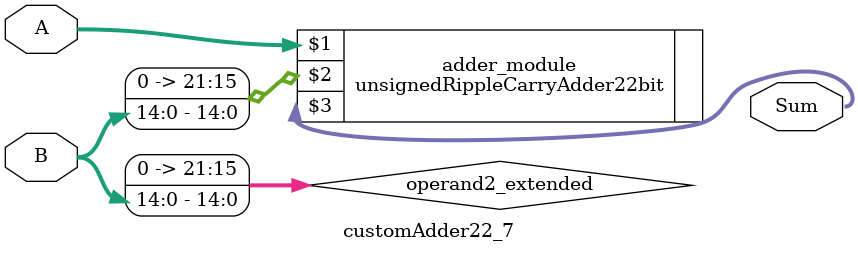
<source format=v>

module customAdder22_7(
                    input [21 : 0] A,
                    input [14 : 0] B,
                    
                    output [22 : 0] Sum
            );

    wire [21 : 0] operand2_extended;
    
    assign operand2_extended =  {7'b0, B};
    
    unsignedRippleCarryAdder22bit adder_module(
        A,
        operand2_extended,
        Sum
    );
    
endmodule
        
</source>
